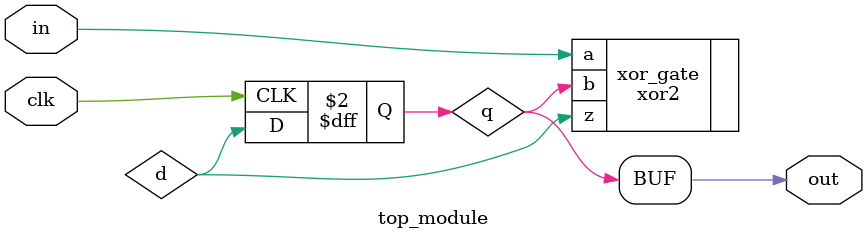
<source format=sv>
module top_module (
    input clk,
    input in,
    output logic out
);

    logic d;
    logic q;

    xor2 #(2) xor_gate (
        .a(in),
        .b(out),
        .z(d)
    );

    always_ff @(posedge clk) begin
        q <= d;
    end

    assign out = q;

endmodule

</source>
